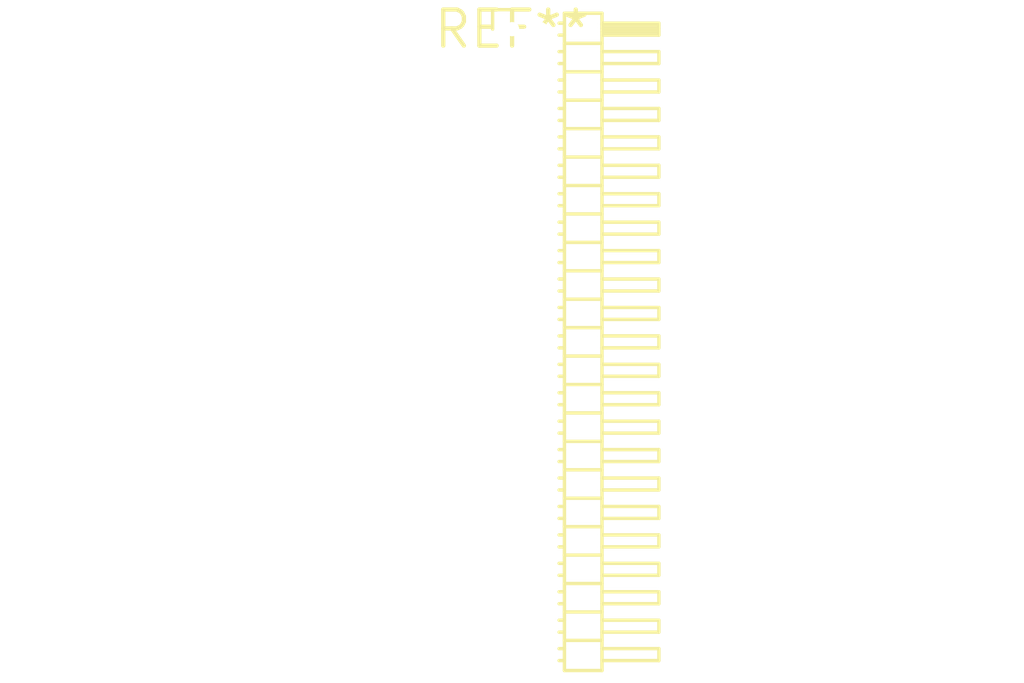
<source format=kicad_pcb>
(kicad_pcb (version 20240108) (generator pcbnew)
  (layers (0 "F.Cu" signal) (31 "B.Cu" signal) (34 "B.Paste" user) (35 "F.Paste" user) (36 "B.SilkS" user "B.Silkscreen") (37 "F.SilkS" user "F.Silkscreen") (38 "B.Mask" user) (39 "F.Mask" user) (44 "Edge.Cuts" user))
  (net 0 "")
  (footprint "PinHeader_2x23_P1.00mm_Horizontal" (layer "F.Cu") (at 0 0)
    (property "Reference" "REF**")
    (property "Value" "PinHeader_2x23_P1.00mm_Horizontal")
    (fp_line (start -0.685 -0.685) (end 0 -0.685) (layer "F.SilkS") (stroke (width 0.12)))
    (fp_line (start -0.685 0) (end -0.685 -0.685) (layer "F.SilkS") (stroke (width 0.12)))
    (fp_line (start 1.652016 -0.21) (end 1.84 -0.21) (layer "F.SilkS") (stroke (width 0.12)))
    (fp_line (start 1.652016 0.21) (end 1.84 0.21) (layer "F.SilkS") (stroke (width 0.12)))
    (fp_line (start 1.652016 0.79) (end 1.84 0.79) (layer "F.SilkS") (stroke (width 0.12)))
    (fp_line (start 1.652016 1.21) (end 1.84 1.21) (layer "F.SilkS") (stroke (width 0.12)))
    (fp_line (start 1.652016 1.79) (end 1.84 1.79) (layer "F.SilkS") (stroke (width 0.12)))
    (fp_line (start 1.652016 2.21) (end 1.84 2.21) (layer "F.SilkS") (stroke (width 0.12)))
    (fp_line (start 1.652016 2.79) (end 1.84 2.79) (layer "F.SilkS") (stroke (width 0.12)))
    (fp_line (start 1.652016 3.21) (end 1.84 3.21) (layer "F.SilkS") (stroke (width 0.12)))
    (fp_line (start 1.652016 3.79) (end 1.84 3.79) (layer "F.SilkS") (stroke (width 0.12)))
    (fp_line (start 1.652016 4.21) (end 1.84 4.21) (layer "F.SilkS") (stroke (width 0.12)))
    (fp_line (start 1.652016 4.79) (end 1.84 4.79) (layer "F.SilkS") (stroke (width 0.12)))
    (fp_line (start 1.652016 5.21) (end 1.84 5.21) (layer "F.SilkS") (stroke (width 0.12)))
    (fp_line (start 1.652016 5.79) (end 1.84 5.79) (layer "F.SilkS") (stroke (width 0.12)))
    (fp_line (start 1.652016 6.21) (end 1.84 6.21) (layer "F.SilkS") (stroke (width 0.12)))
    (fp_line (start 1.652016 6.79) (end 1.84 6.79) (layer "F.SilkS") (stroke (width 0.12)))
    (fp_line (start 1.652016 7.21) (end 1.84 7.21) (layer "F.SilkS") (stroke (width 0.12)))
    (fp_line (start 1.652016 7.79) (end 1.84 7.79) (layer "F.SilkS") (stroke (width 0.12)))
    (fp_line (start 1.652016 8.21) (end 1.84 8.21) (layer "F.SilkS") (stroke (width 0.12)))
    (fp_line (start 1.652016 8.79) (end 1.84 8.79) (layer "F.SilkS") (stroke (width 0.12)))
    (fp_line (start 1.652016 9.21) (end 1.84 9.21) (layer "F.SilkS") (stroke (width 0.12)))
    (fp_line (start 1.652016 9.79) (end 1.84 9.79) (layer "F.SilkS") (stroke (width 0.12)))
    (fp_line (start 1.652016 10.21) (end 1.84 10.21) (layer "F.SilkS") (stroke (width 0.12)))
    (fp_line (start 1.652016 10.79) (end 1.84 10.79) (layer "F.SilkS") (stroke (width 0.12)))
    (fp_line (start 1.652016 11.21) (end 1.84 11.21) (layer "F.SilkS") (stroke (width 0.12)))
    (fp_line (start 1.652016 11.79) (end 1.84 11.79) (layer "F.SilkS") (stroke (width 0.12)))
    (fp_line (start 1.652016 12.21) (end 1.84 12.21) (layer "F.SilkS") (stroke (width 0.12)))
    (fp_line (start 1.652016 12.79) (end 1.84 12.79) (layer "F.SilkS") (stroke (width 0.12)))
    (fp_line (start 1.652016 13.21) (end 1.84 13.21) (layer "F.SilkS") (stroke (width 0.12)))
    (fp_line (start 1.652016 13.79) (end 1.84 13.79) (layer "F.SilkS") (stroke (width 0.12)))
    (fp_line (start 1.652016 14.21) (end 1.84 14.21) (layer "F.SilkS") (stroke (width 0.12)))
    (fp_line (start 1.652016 14.79) (end 1.84 14.79) (layer "F.SilkS") (stroke (width 0.12)))
    (fp_line (start 1.652016 15.21) (end 1.84 15.21) (layer "F.SilkS") (stroke (width 0.12)))
    (fp_line (start 1.652016 15.79) (end 1.84 15.79) (layer "F.SilkS") (stroke (width 0.12)))
    (fp_line (start 1.652016 16.21) (end 1.84 16.21) (layer "F.SilkS") (stroke (width 0.12)))
    (fp_line (start 1.652016 16.79) (end 1.84 16.79) (layer "F.SilkS") (stroke (width 0.12)))
    (fp_line (start 1.652016 17.21) (end 1.84 17.21) (layer "F.SilkS") (stroke (width 0.12)))
    (fp_line (start 1.652016 17.79) (end 1.84 17.79) (layer "F.SilkS") (stroke (width 0.12)))
    (fp_line (start 1.652016 18.21) (end 1.84 18.21) (layer "F.SilkS") (stroke (width 0.12)))
    (fp_line (start 1.652016 18.79) (end 1.84 18.79) (layer "F.SilkS") (stroke (width 0.12)))
    (fp_line (start 1.652016 19.21) (end 1.84 19.21) (layer "F.SilkS") (stroke (width 0.12)))
    (fp_line (start 1.652016 19.79) (end 1.84 19.79) (layer "F.SilkS") (stroke (width 0.12)))
    (fp_line (start 1.652016 20.21) (end 1.84 20.21) (layer "F.SilkS") (stroke (width 0.12)))
    (fp_line (start 1.652016 20.79) (end 1.84 20.79) (layer "F.SilkS") (stroke (width 0.12)))
    (fp_line (start 1.652016 21.21) (end 1.84 21.21) (layer "F.SilkS") (stroke (width 0.12)))
    (fp_line (start 1.652016 21.79) (end 1.84 21.79) (layer "F.SilkS") (stroke (width 0.12)))
    (fp_line (start 1.652016 22.21) (end 1.84 22.21) (layer "F.SilkS") (stroke (width 0.12)))
    (fp_line (start 1.84 -0.56) (end 1.84 22.56) (layer "F.SilkS") (stroke (width 0.12)))
    (fp_line (start 1.84 0.5) (end 3.16 0.5) (layer "F.SilkS") (stroke (width 0.12)))
    (fp_line (start 1.84 1.5) (end 3.16 1.5) (layer "F.SilkS") (stroke (width 0.12)))
    (fp_line (start 1.84 2.5) (end 3.16 2.5) (layer "F.SilkS") (stroke (width 0.12)))
    (fp_line (start 1.84 3.5) (end 3.16 3.5) (layer "F.SilkS") (stroke (width 0.12)))
    (fp_line (start 1.84 4.5) (end 3.16 4.5) (layer "F.SilkS") (stroke (width 0.12)))
    (fp_line (start 1.84 5.5) (end 3.16 5.5) (layer "F.SilkS") (stroke (width 0.12)))
    (fp_line (start 1.84 6.5) (end 3.16 6.5) (layer "F.SilkS") (stroke (width 0.12)))
    (fp_line (start 1.84 7.5) (end 3.16 7.5) (layer "F.SilkS") (stroke (width 0.12)))
    (fp_line (start 1.84 8.5) (end 3.16 8.5) (layer "F.SilkS") (stroke (width 0.12)))
    (fp_line (start 1.84 9.5) (end 3.16 9.5) (layer "F.SilkS") (stroke (width 0.12)))
    (fp_line (start 1.84 10.5) (end 3.16 10.5) (layer "F.SilkS") (stroke (width 0.12)))
    (fp_line (start 1.84 11.5) (end 3.16 11.5) (layer "F.SilkS") (stroke (width 0.12)))
    (fp_line (start 1.84 12.5) (end 3.16 12.5) (layer "F.SilkS") (stroke (width 0.12)))
    (fp_line (start 1.84 13.5) (end 3.16 13.5) (layer "F.SilkS") (stroke (width 0.12)))
    (fp_line (start 1.84 14.5) (end 3.16 14.5) (layer "F.SilkS") (stroke (width 0.12)))
    (fp_line (start 1.84 15.5) (end 3.16 15.5) (layer "F.SilkS") (stroke (width 0.12)))
    (fp_line (start 1.84 16.5) (end 3.16 16.5) (layer "F.SilkS") (stroke (width 0.12)))
    (fp_line (start 1.84 17.5) (end 3.16 17.5) (layer "F.SilkS") (stroke (width 0.12)))
    (fp_line (start 1.84 18.5) (end 3.16 18.5) (layer "F.SilkS") (stroke (width 0.12)))
    (fp_line (start 1.84 19.5) (end 3.16 19.5) (layer "F.SilkS") (stroke (width 0.12)))
    (fp_line (start 1.84 20.5) (end 3.16 20.5) (layer "F.SilkS") (stroke (width 0.12)))
    (fp_line (start 1.84 21.5) (end 3.16 21.5) (layer "F.SilkS") (stroke (width 0.12)))
    (fp_line (start 1.84 22.56) (end 3.16 22.56) (layer "F.SilkS") (stroke (width 0.12)))
    (fp_line (start 3.16 -0.56) (end 1.84 -0.56) (layer "F.SilkS") (stroke (width 0.12)))
    (fp_line (start 3.16 -0.21) (end 5.16 -0.21) (layer "F.SilkS") (stroke (width 0.12)))
    (fp_line (start 3.16 -0.15) (end 5.16 -0.15) (layer "F.SilkS") (stroke (width 0.12)))
    (fp_line (start 3.16 -0.03) (end 5.16 -0.03) (layer "F.SilkS") (stroke (width 0.12)))
    (fp_line (start 3.16 0.09) (end 5.16 0.09) (layer "F.SilkS") (stroke (width 0.12)))
    (fp_line (start 3.16 0.79) (end 5.16 0.79) (layer "F.SilkS") (stroke (width 0.12)))
    (fp_line (start 3.16 1.79) (end 5.16 1.79) (layer "F.SilkS") (stroke (width 0.12)))
    (fp_line (start 3.16 2.79) (end 5.16 2.79) (layer "F.SilkS") (stroke (width 0.12)))
    (fp_line (start 3.16 3.79) (end 5.16 3.79) (layer "F.SilkS") (stroke (width 0.12)))
    (fp_line (start 3.16 4.79) (end 5.16 4.79) (layer "F.SilkS") (stroke (width 0.12)))
    (fp_line (start 3.16 5.79) (end 5.16 5.79) (layer "F.SilkS") (stroke (width 0.12)))
    (fp_line (start 3.16 6.79) (end 5.16 6.79) (layer "F.SilkS") (stroke (width 0.12)))
    (fp_line (start 3.16 7.79) (end 5.16 7.79) (layer "F.SilkS") (stroke (width 0.12)))
    (fp_line (start 3.16 8.79) (end 5.16 8.79) (layer "F.SilkS") (stroke (width 0.12)))
    (fp_line (start 3.16 9.79) (end 5.16 9.79) (layer "F.SilkS") (stroke (width 0.12)))
    (fp_line (start 3.16 10.79) (end 5.16 10.79) (layer "F.SilkS") (stroke (width 0.12)))
    (fp_line (start 3.16 11.79) (end 5.16 11.79) (layer "F.SilkS") (stroke (width 0.12)))
    (fp_line (start 3.16 12.79) (end 5.16 12.79) (layer "F.SilkS") (stroke (width 0.12)))
    (fp_line (start 3.16 13.79) (end 5.16 13.79) (layer "F.SilkS") (stroke (width 0.12)))
    (fp_line (start 3.16 14.79) (end 5.16 14.79) (layer "F.SilkS") (stroke (width 0.12)))
    (fp_line (start 3.16 15.79) (end 5.16 15.79) (layer "F.SilkS") (stroke (width 0.12)))
    (fp_line (start 3.16 16.79) (end 5.16 16.79) (layer "F.SilkS") (stroke (width 0.12)))
    (fp_line (start 3.16 17.79) (end 5.16 17.79) (layer "F.SilkS") (stroke (width 0.12)))
    (fp_line (start 3.16 18.79) (end 5.16 18.79) (layer "F.SilkS") (stroke (width 0.12)))
    (fp_line (start 3.16 19.79) (end 5.16 19.79) (layer "F.SilkS") (stroke (width 0.12)))
    (fp_line (start 3.16 20.79) (end 5.16 20.79) (layer "F.SilkS") (stroke (width 0.12)))
    (fp_line (start 3.16 21.79) (end 5.16 21.79) (layer "F.SilkS") (stroke (width 0.12)))
    (fp_line (start 3.16 22.56) (end 3.16 -0.56) (layer "F.SilkS") (stroke (width 0.12)))
    (fp_line (start 5.16 -0.21) (end 5.16 0.21) (layer "F.SilkS") (stroke (width 0.12)))
    (fp_line (start 5.16 0.21) (end 3.16 0.21) (layer "F.SilkS") (stroke (width 0.12)))
    (fp_line (start 5.16 0.79) (end 5.16 1.21) (layer "F.SilkS") (stroke (width 0.12)))
    (fp_line (start 5.16 1.21) (end 3.16 1.21) (layer "F.SilkS") (stroke (width 0.12)))
    (fp_line (start 5.16 1.79) (end 5.16 2.21) (layer "F.SilkS") (stroke (width 0.12)))
    (fp_line (start 5.16 2.21) (end 3.16 2.21) (layer "F.SilkS") (stroke (width 0.12)))
    (fp_line (start 5.16 2.79) (end 5.16 3.21) (layer "F.SilkS") (stroke (width 0.12)))
    (fp_line (start 5.16 3.21) (end 3.16 3.21) (layer "F.SilkS") (stroke (width 0.12)))
    (fp_line (start 5.16 3.79) (end 5.16 4.21) (layer "F.SilkS") (stroke (width 0.12)))
    (fp_line (start 5.16 4.21) (end 3.16 4.21) (layer "F.SilkS") (stroke (width 0.12)))
    (fp_line (start 5.16 4.79) (end 5.16 5.21) (layer "F.SilkS") (stroke (width 0.12)))
    (fp_line (start 5.16 5.21) (end 3.16 5.21) (layer "F.SilkS") (stroke (width 0.12)))
    (fp_line (start 5.16 5.79) (end 5.16 6.21) (layer "F.SilkS") (stroke (width 0.12)))
    (fp_line (start 5.16 6.21) (end 3.16 6.21) (layer "F.SilkS") (stroke (width 0.12)))
    (fp_line (start 5.16 6.79) (end 5.16 7.21) (layer "F.SilkS") (stroke (width 0.12)))
    (fp_line (start 5.16 7.21) (end 3.16 7.21) (layer "F.SilkS") (stroke (width 0.12)))
    (fp_line (start 5.16 7.79) (end 5.16 8.21) (layer "F.SilkS") (stroke (width 0.12)))
    (fp_line (start 5.16 8.21) (end 3.16 8.21) (layer "F.SilkS") (stroke (width 0.12)))
    (fp_line (start 5.16 8.79) (end 5.16 9.21) (layer "F.SilkS") (stroke (width 0.12)))
    (fp_line (start 5.16 9.21) (end 3.16 9.21) (layer "F.SilkS") (stroke (width 0.12)))
    (fp_line (start 5.16 9.79) (end 5.16 10.21) (layer "F.SilkS") (stroke (width 0.12)))
    (fp_line (start 5.16 10.21) (end 3.16 10.21) (layer "F.SilkS") (stroke (width 0.12)))
    (fp_line (start 5.16 10.79) (end 5.16 11.21) (layer "F.SilkS") (stroke (width 0.12)))
    (fp_line (start 5.16 11.21) (end 3.16 11.21) (layer "F.SilkS") (stroke (width 0.12)))
    (fp_line (start 5.16 11.79) (end 5.16 12.21) (layer "F.SilkS") (stroke (width 0.12)))
    (fp_line (start 5.16 12.21) (end 3.16 12.21) (layer "F.SilkS") (stroke (width 0.12)))
    (fp_line (start 5.16 12.79) (end 5.16 13.21) (layer "F.SilkS") (stroke (width 0.12)))
    (fp_line (start 5.16 13.21) (end 3.16 13.21) (layer "F.SilkS") (stroke (width 0.12)))
    (fp_line (start 5.16 13.79) (end 5.16 14.21) (layer "F.SilkS") (stroke (width 0.12)))
    (fp_line (start 5.16 14.21) (end 3.16 14.21) (layer "F.SilkS") (stroke (width 0.12)))
    (fp_line (start 5.16 14.79) (end 5.16 15.21) (layer "F.SilkS") (stroke (width 0.12)))
    (fp_line (start 5.16 15.21) (end 3.16 15.21) (layer "F.SilkS") (stroke (width 0.12)))
    (fp_line (start 5.16 15.79) (end 5.16 16.21) (layer "F.SilkS") (stroke (width 0.12)))
    (fp_line (start 5.16 16.21) (end 3.16 16.21) (layer "F.SilkS") (stroke (width 0.12)))
    (fp_line (start 5.16 16.79) (end 5.16 17.21) (layer "F.SilkS") (stroke (width 0.12)))
    (fp_line (start 5.16 17.21) (end 3.16 17.21) (layer "F.SilkS") (stroke (width 0.12)))
    (fp_line (start 5.16 17.79) (end 5.16 18.21) (layer "F.SilkS") (stroke (width 0.12)))
    (fp_line (start 5.16 18.21) (end 3.16 18.21) (layer "F.SilkS") (stroke (width 0.12)))
    (fp_line (start 5.16 18.79) (end 5.16 19.21) (layer "F.SilkS") (stroke (width 0.12)))
    (fp_line (start 5.16 19.21) (end 3.16 19.21) (layer "F.SilkS") (stroke (width 0.12)))
    (fp_line (start 5.16 19.79) (end 5.16 20.21) (layer "F.SilkS") (stroke (width 0.12)))
    (fp_line (start 5.16 20.21) (end 3.16 20.21) (layer "F.SilkS") (stroke (width 0.12)))
    (fp_line (start 5.16 20.79) (end 5.16 21.21) (layer "F.SilkS") (stroke (width 0.12)))
    (fp_line (start 5.16 21.21) (end 3.16 21.21) (layer "F.SilkS") (stroke (width 0.12)))
    (fp_line (start 5.16 21.79) (end 5.16 22.21) (layer "F.SilkS") (stroke (width 0.12)))
    (fp_line (start 5.16 22.21) (end 3.16 22.21) (layer "F.SilkS") (stroke (width 0.12)))
    (pad "1" thru_hole rect (at 0 0) (size 0.85 0.85) (drill 0.5) (layers *.Cu *.Mask) (remove_unused_layers))
    (pad "2" thru_hole oval (at 1 0) (size 0.85 0.85) (drill 0.5) (layers *.Cu *.Mask) (remove_unused_layers))
    (pad "3" thru_hole oval (at 0 1) (size 0.85 0.85) (drill 0.5) (layers *.Cu *.Mask) (remove_unused_layers))
    (pad "4" thru_hole oval (at 1 1) (size 0.85 0.85) (drill 0.5) (layers *.Cu *.Mask) (remove_unused_layers))
    (pad "5" thru_hole oval (at 0 2) (size 0.85 0.85) (drill 0.5) (layers *.Cu *.Mask) (remove_unused_layers))
    (pad "6" thru_hole oval (at 1 2) (size 0.85 0.85) (drill 0.5) (layers *.Cu *.Mask) (remove_unused_layers))
    (pad "7" thru_hole oval (at 0 3) (size 0.85 0.85) (drill 0.5) (layers *.Cu *.Mask) (remove_unused_layers))
    (pad "8" thru_hole oval (at 1 3) (size 0.85 0.85) (drill 0.5) (layers *.Cu *.Mask) (remove_unused_layers))
    (pad "9" thru_hole oval (at 0 4) (size 0.85 0.85) (drill 0.5) (layers *.Cu *.Mask) (remove_unused_layers))
    (pad "10" thru_hole oval (at 1 4) (size 0.85 0.85) (drill 0.5) (layers *.Cu *.Mask) (remove_unused_layers))
    (pad "11" thru_hole oval (at 0 5) (size 0.85 0.85) (drill 0.5) (layers *.Cu *.Mask) (remove_unused_layers))
    (pad "12" thru_hole oval (at 1 5) (size 0.85 0.85) (drill 0.5) (layers *.Cu *.Mask) (remove_unused_layers))
    (pad "13" thru_hole oval (at 0 6) (size 0.85 0.85) (drill 0.5) (layers *.Cu *.Mask) (remove_unused_layers))
    (pad "14" thru_hole oval (at 1 6) (size 0.85 0.85) (drill 0.5) (layers *.Cu *.Mask) (remove_unused_layers))
    (pad "15" thru_hole oval (at 0 7) (size 0.85 0.85) (drill 0.5) (layers *.Cu *.Mask) (remove_unused_layers))
    (pad "16" thru_hole oval (at 1 7) (size 0.85 0.85) (drill 0.5) (layers *.Cu *.Mask) (remove_unused_layers))
    (pad "17" thru_hole oval (at 0 8) (size 0.85 0.85) (drill 0.5) (layers *.Cu *.Mask) (remove_unused_layers))
    (pad "18" thru_hole oval (at 1 8) (size 0.85 0.85) (drill 0.5) (layers *.Cu *.Mask) (remove_unused_layers))
    (pad "19" thru_hole oval (at 0 9) (size 0.85 0.85) (drill 0.5) (layers *.Cu *.Mask) (remove_unused_layers))
    (pad "20" thru_hole oval (at 1 9) (size 0.85 0.85) (drill 0.5) (layers *.Cu *.Mask) (remove_unused_layers))
    (pad "21" thru_hole oval (at 0 10) (size 0.85 0.85) (drill 0.5) (layers *.Cu *.Mask) (remove_unused_layers))
    (pad "22" thru_hole oval (at 1 10) (size 0.85 0.85) (drill 0.5) (layers *.Cu *.Mask) (remove_unused_layers))
    (pad "23" thru_hole oval (at 0 11) (size 0.85 0.85) (drill 0.5) (layers *.Cu *.Mask) (remove_unused_layers))
    (pad "24" thru_hole oval (at 1 11) (size 0.85 0.85) (drill 0.5) (layers *.Cu *.Mask) (remove_unused_layers))
    (pad "25" thru_hole oval (at 0 12) (size 0.85 0.85) (drill 0.5) (layers *.Cu *.Mask) (remove_unused_layers))
    (pad "26" thru_hole oval (at 1 12) (size 0.85 0.85) (drill 0.5) (layers *.Cu *.Mask) (remove_unused_layers))
    (pad "27" thru_hole oval (at 0 13) (size 0.85 0.85) (drill 0.5) (layers *.Cu *.Mask) (remove_unused_layers))
    (pad "28" thru_hole oval (at 1 13) (size 0.85 0.85) (drill 0.5) (layers *.Cu *.Mask) (remove_unused_layers))
    (pad "29" thru_hole oval (at 0 14) (size 0.85 0.85) (drill 0.5) (layers *.Cu *.Mask) (remove_unused_layers))
    (pad "30" thru_hole oval (at 1 14) (size 0.85 0.85) (drill 0.5) (layers *.Cu *.Mask) (remove_unused_layers))
    (pad "31" thru_hole oval (at 0 15) (size 0.85 0.85) (drill 0.5) (layers *.Cu *.Mask) (remove_unused_layers))
    (pad "32" thru_hole oval (at 1 15) (size 0.85 0.85) (drill 0.5) (layers *.Cu *.Mask) (remove_unused_layers))
    (pad "33" thru_hole oval (at 0 16) (size 0.85 0.85) (drill 0.5) (layers *.Cu *.Mask) (remove_unused_layers))
    (pad "34" thru_hole oval (at 1 16) (size 0.85 0.85) (drill 0.5) (layers *.Cu *.Mask) (remove_unused_layers))
    (pad "35" thru_hole oval (at 0 17) (size 0.85 0.85) (drill 0.5) (layers *.Cu *.Mask) (remove_unused_layers))
    (pad "36" thru_hole oval (at 1 17) (size 0.85 0.85) (drill 0.5) (layers *.Cu *.Mask) (remove_unused_layers))
    (pad "37" thru_hole oval (at 0 18) (size 0.85 0.85) (drill 0.5) (layers *.Cu *.Mask) (remove_unused_layers))
    (pad "38" thru_hole oval (at 1 18) (size 0.85 0.85) (drill 0.5) (layers *.Cu *.Mask) (remove_unused_layers))
    (pad "39" thru_hole oval (at 0 19) (size 0.85 0.85) (drill 0.5) (layers *.Cu *.Mask) (remove_unused_layers))
    (pad "40" thru_hole oval (at 1 19) (size 0.85 0.85) (drill 0.5) (layers *.Cu *.Mask) (remove_unused_layers))
    (pad "41" thru_hole oval (at 0 20) (size 0.85 0.85) (drill 0.5) (layers *.Cu *.Mask) (remove_unused_layers))
    (pad "42" thru_hole oval (at 1 20) (size 0.85 0.85) (drill 0.5) (layers *.Cu *.Mask) (remove_unused_layers))
    (pad "43" thru_hole oval (at 0 21) (size 0.85 0.85) (drill 0.5) (layers *.Cu *.Mask) (remove_unused_layers))
    (pad "44" thru_hole oval (at 1 21) (size 0.85 0.85) (drill 0.5) (layers *.Cu *.Mask) (remove_unused_layers))
    (pad "45" thru_hole oval (at 0 22) (size 0.85 0.85) (drill 0.5) (layers *.Cu *.Mask) (remove_unused_layers))
    (pad "46" thru_hole oval (at 1 22) (size 0.85 0.85) (drill 0.5) (layers *.Cu *.Mask) (remove_unused_layers))
  )
)
</source>
